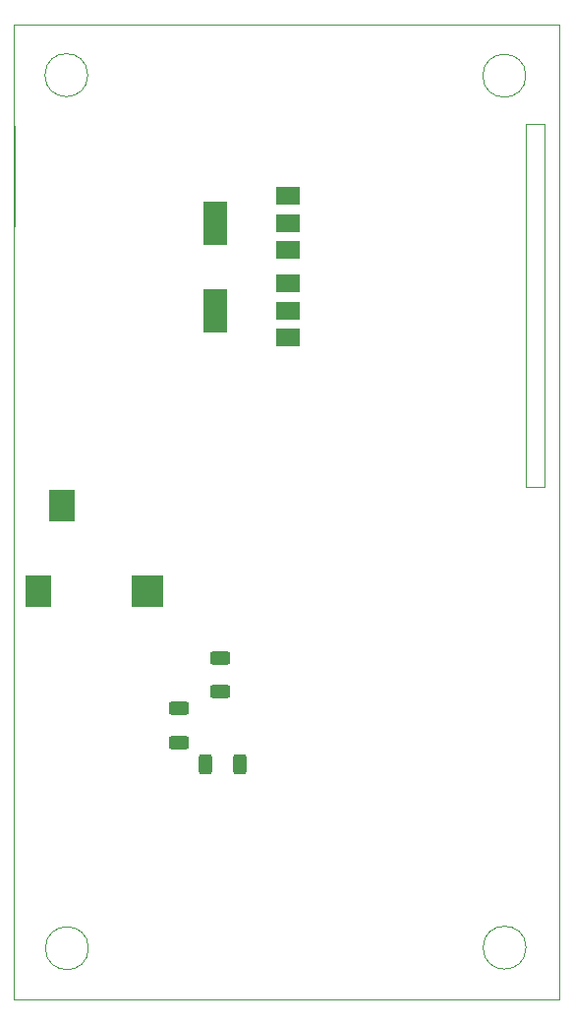
<source format=gbr>
%TF.GenerationSoftware,KiCad,Pcbnew,7.0.1*%
%TF.CreationDate,2023-09-27T13:21:00+00:00*%
%TF.ProjectId,SI4735,53493437-3335-42e6-9b69-6361645f7063,rev?*%
%TF.SameCoordinates,Original*%
%TF.FileFunction,Paste,Top*%
%TF.FilePolarity,Positive*%
%FSLAX45Y45*%
G04 Gerber Fmt 4.5, Leading zero omitted, Abs format (unit mm)*
G04 Created by KiCad (PCBNEW 7.0.1) date 2023-09-27 13:21:00*
%MOMM*%
%LPD*%
G01*
G04 APERTURE LIST*
G04 Aperture macros list*
%AMRoundRect*
0 Rectangle with rounded corners*
0 $1 Rounding radius*
0 $2 $3 $4 $5 $6 $7 $8 $9 X,Y pos of 4 corners*
0 Add a 4 corners polygon primitive as box body*
4,1,4,$2,$3,$4,$5,$6,$7,$8,$9,$2,$3,0*
0 Add four circle primitives for the rounded corners*
1,1,$1+$1,$2,$3*
1,1,$1+$1,$4,$5*
1,1,$1+$1,$6,$7*
1,1,$1+$1,$8,$9*
0 Add four rect primitives between the rounded corners*
20,1,$1+$1,$2,$3,$4,$5,0*
20,1,$1+$1,$4,$5,$6,$7,0*
20,1,$1+$1,$6,$7,$8,$9,0*
20,1,$1+$1,$8,$9,$2,$3,0*%
G04 Aperture macros list end*
%ADD10R,2.200000X2.800000*%
%ADD11R,2.800000X2.800000*%
%ADD12RoundRect,0.250000X0.312500X0.625000X-0.312500X0.625000X-0.312500X-0.625000X0.312500X-0.625000X0*%
%ADD13R,2.000000X1.500000*%
%ADD14R,2.000000X3.800000*%
%ADD15RoundRect,0.250000X-0.625000X0.312500X-0.625000X-0.312500X0.625000X-0.312500X0.625000X0.312500X0*%
%ADD16RoundRect,0.250000X0.625000X-0.312500X0.625000X0.312500X-0.625000X0.312500X-0.625000X-0.312500X0*%
%TA.AperFunction,Profile*%
%ADD17C,0.050000*%
%TD*%
%TA.AperFunction,Profile*%
%ADD18C,0.100000*%
%TD*%
G04 APERTURE END LIST*
D10*
%TO.C,J10*%
X12910000Y-12067500D03*
X12710000Y-12807500D03*
D11*
X13650000Y-12807500D03*
%TD*%
D12*
%TO.C,R8*%
X14438680Y-14298320D03*
X14146180Y-14298320D03*
%TD*%
D13*
%TO.C,U1*%
X14857500Y-10620000D03*
X14857500Y-10390000D03*
D14*
X14227500Y-10390000D03*
D13*
X14857500Y-10160000D03*
%TD*%
D15*
%TO.C,R14*%
X14273580Y-13380580D03*
X14273580Y-13673080D03*
%TD*%
D13*
%TO.C,U2*%
X14857500Y-9867500D03*
X14857500Y-9637500D03*
D14*
X14227500Y-9637500D03*
D13*
X14857500Y-9407500D03*
%TD*%
D16*
%TO.C,R15*%
X13915000Y-14110000D03*
X13915000Y-13817500D03*
%TD*%
D17*
X16904814Y-8370000D02*
G75*
G03*
X16904814Y-8370000I-184814J0D01*
G01*
X13132314Y-8365000D02*
G75*
G03*
X13132314Y-8365000I-184814J0D01*
G01*
X13137500Y-15880000D02*
G75*
G03*
X13137500Y-15880000I-184814J0D01*
G01*
X16905000Y-8787500D02*
X17070000Y-8787500D01*
X17070000Y-11907500D01*
X16905000Y-11907500D01*
X16905000Y-8787500D01*
X16907314Y-15875000D02*
G75*
G03*
X16907314Y-15875000I-184814J0D01*
G01*
X12496500Y-7931500D02*
X17192500Y-7931500D01*
X17192500Y-16320000D01*
X12496500Y-16320000D01*
X12496500Y-7931500D01*
D18*
%TO.C,J3*%
X12499000Y-8804000D02*
X12499000Y-9664000D01*
%TO.C,J5*%
X12498500Y-10481000D02*
X12498500Y-11341000D01*
%TD*%
M02*

</source>
